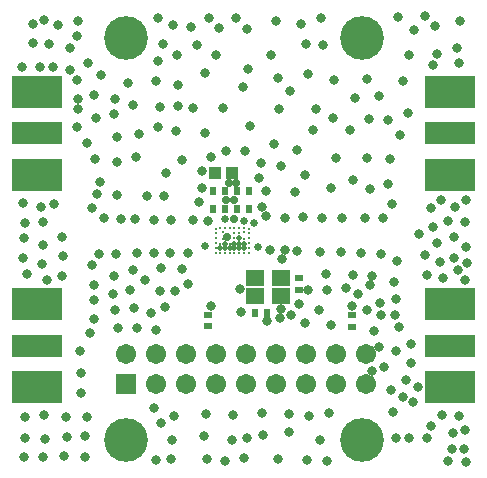
<source format=gts>
%FSLAX25Y25*%
%MOIN*%
G70*
G01*
G75*
G04 Layer_Color=8388736*
%ADD10C,0.00800*%
%ADD11R,0.16500X0.07000*%
%ADD12R,0.16500X0.10500*%
%ADD13R,0.02362X0.01969*%
%ADD14R,0.01969X0.02362*%
%ADD15R,0.05512X0.04528*%
%ADD16C,0.01181*%
%ADD17R,0.03150X0.03150*%
%ADD18C,0.01000*%
%ADD19C,0.02000*%
%ADD20C,0.00500*%
%ADD21C,0.01500*%
%ADD22C,0.05906*%
%ADD23R,0.05906X0.05906*%
%ADD24C,0.15748*%
%ADD25C,0.02000*%
%ADD26C,0.01800*%
%ADD27C,0.01150*%
%ADD28C,0.02400*%
%ADD29C,0.04000*%
%ADD30C,0.04543*%
%ADD31C,0.02200*%
%ADD32C,0.09661*%
%ADD33R,0.17000X0.11500*%
%ADD34C,0.00787*%
%ADD35C,0.00394*%
%ADD36C,0.00600*%
%ADD37C,0.01063*%
%ADD38R,0.16900X0.07400*%
%ADD39R,0.16900X0.10900*%
%ADD40R,0.02762X0.02369*%
%ADD41R,0.02369X0.02762*%
%ADD42R,0.06312X0.05328*%
%ADD43C,0.00787*%
%ADD44R,0.03950X0.03950*%
%ADD45C,0.06706*%
%ADD46R,0.06706X0.06706*%
%ADD47C,0.14567*%
%ADD48C,0.02800*%
%ADD49C,0.02600*%
%ADD50C,0.01950*%
%ADD51C,0.03200*%
D38*
X147638Y114014D02*
D03*
Y43148D02*
D03*
X9843Y43048D02*
D03*
Y113914D02*
D03*
D39*
X147538Y127814D02*
D03*
X147638Y100114D02*
D03*
X147538Y56948D02*
D03*
X147638Y29248D02*
D03*
X9943D02*
D03*
X9843Y56948D02*
D03*
X9943Y100114D02*
D03*
X9843Y127814D02*
D03*
D40*
X66900Y53469D02*
D03*
Y49531D02*
D03*
X114700Y49332D02*
D03*
Y53268D02*
D03*
X97300Y61831D02*
D03*
Y65768D02*
D03*
D41*
X72611Y94657D02*
D03*
X68674D02*
D03*
X82432Y54100D02*
D03*
X86369D02*
D03*
X72601Y88751D02*
D03*
X68664D02*
D03*
X80475D02*
D03*
X76538D02*
D03*
X80475Y94657D02*
D03*
X76538D02*
D03*
D42*
X82422Y59533D02*
D03*
X91084D02*
D03*
Y65832D02*
D03*
X82422D02*
D03*
D43*
X69381Y73998D02*
D03*
X70956D02*
D03*
X72531D02*
D03*
X74106D02*
D03*
X75680D02*
D03*
X77255D02*
D03*
X78830D02*
D03*
X80405D02*
D03*
X69381Y75573D02*
D03*
X70956D02*
D03*
X72531D02*
D03*
X74106D02*
D03*
X75680D02*
D03*
X77255D02*
D03*
X78830D02*
D03*
X80405D02*
D03*
X69381Y77439D02*
D03*
X70956Y77148D02*
D03*
X72531D02*
D03*
X74106D02*
D03*
X75680D02*
D03*
X77255D02*
D03*
X78830D02*
D03*
X80405Y77439D02*
D03*
X69381Y79014D02*
D03*
X71743Y78565D02*
D03*
X75680Y79014D02*
D03*
X77255D02*
D03*
X78830Y78723D02*
D03*
X80405Y79014D02*
D03*
X69381Y80589D02*
D03*
X71743Y81038D02*
D03*
X75680Y80589D02*
D03*
X78830Y80880D02*
D03*
X77255Y80589D02*
D03*
X80405D02*
D03*
X69381Y82164D02*
D03*
X70956Y82455D02*
D03*
X72531D02*
D03*
X74106D02*
D03*
X75680D02*
D03*
X77255D02*
D03*
X78830D02*
D03*
X80405Y82164D02*
D03*
D44*
X74953Y100700D02*
D03*
X69047D02*
D03*
D45*
X119370Y40200D02*
D03*
X109370D02*
D03*
X99370D02*
D03*
X89370D02*
D03*
X79370D02*
D03*
X69370D02*
D03*
X59370D02*
D03*
X49370D02*
D03*
X39370D02*
D03*
X119370Y30200D02*
D03*
X109370D02*
D03*
X99370D02*
D03*
X89370D02*
D03*
X79370D02*
D03*
X69370D02*
D03*
X59370D02*
D03*
X49370D02*
D03*
D46*
X39370D02*
D03*
D47*
Y145669D02*
D03*
Y11811D02*
D03*
X118110D02*
D03*
Y145669D02*
D03*
D48*
X75400Y85500D02*
D03*
X76200Y97400D02*
D03*
X74000Y97300D02*
D03*
X75600Y91800D02*
D03*
X73000D02*
D03*
X73290Y79491D02*
D03*
D49*
X72531Y85500D02*
D03*
X83400Y76100D02*
D03*
X66000Y76300D02*
D03*
X82300Y84059D02*
D03*
X78830Y84530D02*
D03*
D50*
X72531Y77148D02*
D03*
X77255Y75573D02*
D03*
X78830D02*
D03*
Y77148D02*
D03*
X77255D02*
D03*
Y79014D02*
D03*
X75680Y77148D02*
D03*
Y75573D02*
D03*
X74106D02*
D03*
X72531D02*
D03*
X70956D02*
D03*
D51*
X66945Y84600D02*
D03*
X114700Y56200D02*
D03*
X100232Y61831D02*
D03*
X91084Y55484D02*
D03*
X86369Y51432D02*
D03*
X4800Y136100D02*
D03*
X10900D02*
D03*
X15200Y135900D02*
D03*
X21000Y134900D02*
D03*
X23100Y131600D02*
D03*
X23500Y125400D02*
D03*
X23400Y122000D02*
D03*
X23300Y116000D02*
D03*
X26500Y110600D02*
D03*
X29300Y105400D02*
D03*
X30800Y97700D02*
D03*
X29700Y93800D02*
D03*
X28300Y89100D02*
D03*
X32200Y85700D02*
D03*
X37900Y85300D02*
D03*
X42500D02*
D03*
X49000Y85100D02*
D03*
X54500D02*
D03*
X62000Y85000D02*
D03*
X63700Y90900D02*
D03*
X52100Y93100D02*
D03*
X46500D02*
D03*
X36600Y93500D02*
D03*
X35700Y125200D02*
D03*
X35500Y120200D02*
D03*
X36500Y112700D02*
D03*
X42800Y106100D02*
D03*
X58200Y105100D02*
D03*
X36400Y104300D02*
D03*
X52900Y100700D02*
D03*
X50100Y116100D02*
D03*
X42000Y123400D02*
D03*
X44000Y113800D02*
D03*
X65800Y134100D02*
D03*
X49400Y131400D02*
D03*
X62000Y122300D02*
D03*
X80700Y116200D02*
D03*
X65800Y114000D02*
D03*
X55100Y150100D02*
D03*
X56400Y139900D02*
D03*
X87700Y140000D02*
D03*
X70400Y148900D02*
D03*
X80300Y135500D02*
D03*
X78400Y129500D02*
D03*
X102900Y121900D02*
D03*
X101800Y115000D02*
D03*
X91300Y103000D02*
D03*
X86300Y86200D02*
D03*
X84900Y89300D02*
D03*
X86200Y94700D02*
D03*
X64800Y95700D02*
D03*
X64700Y101200D02*
D03*
X67800Y105900D02*
D03*
X72800Y108000D02*
D03*
X79100D02*
D03*
X84400Y104100D02*
D03*
X83800Y99000D02*
D03*
X88800Y110400D02*
D03*
X92600Y85700D02*
D03*
X104900Y85600D02*
D03*
X119200D02*
D03*
X98500Y85900D02*
D03*
X125100Y85700D02*
D03*
X128300Y90200D02*
D03*
X126900Y96900D02*
D03*
X127500Y105200D02*
D03*
X131000Y113500D02*
D03*
X133600Y120600D02*
D03*
X150000Y142200D02*
D03*
X142600Y149600D02*
D03*
X135600Y148200D02*
D03*
X133800Y139900D02*
D03*
X143300Y140200D02*
D03*
X150800Y151400D02*
D03*
X124000Y126200D02*
D03*
X114100Y115000D02*
D03*
X109400Y105700D02*
D03*
X99300Y100100D02*
D03*
X115300Y98300D02*
D03*
X107700Y95600D02*
D03*
X96000Y94200D02*
D03*
X94300Y128100D02*
D03*
X90600Y122100D02*
D03*
X108800Y131800D02*
D03*
X99400Y143700D02*
D03*
X89500Y151500D02*
D03*
X79800Y148800D02*
D03*
X72000Y122200D02*
D03*
X57000Y130100D02*
D03*
X56200Y114600D02*
D03*
X100300Y133700D02*
D03*
X131700Y131400D02*
D03*
X115700Y125700D02*
D03*
X127000Y118300D02*
D03*
X119700Y105600D02*
D03*
X5200Y90800D02*
D03*
X15400Y90500D02*
D03*
X11700Y84300D02*
D03*
X11200Y89400D02*
D03*
X5500Y78900D02*
D03*
X5700Y84000D02*
D03*
X18300Y79200D02*
D03*
X11900Y76700D02*
D03*
X5100Y72300D02*
D03*
X6500Y67000D02*
D03*
X13100Y65000D02*
D03*
X11500Y70300D02*
D03*
X18400Y73100D02*
D03*
X18300Y66400D02*
D03*
X5700Y19400D02*
D03*
X5900Y12200D02*
D03*
X5500Y6000D02*
D03*
X11900Y5900D02*
D03*
X12400Y12000D02*
D03*
X12200Y19900D02*
D03*
X19500Y19200D02*
D03*
X19700Y12700D02*
D03*
X19000Y6300D02*
D03*
X26000Y6000D02*
D03*
Y12900D02*
D03*
X26600Y19500D02*
D03*
X24500Y27200D02*
D03*
Y34000D02*
D03*
X24100Y41400D02*
D03*
X27600Y47300D02*
D03*
X60300Y73900D02*
D03*
X54100Y74100D02*
D03*
X49000Y73900D02*
D03*
X43100D02*
D03*
X36300Y73800D02*
D03*
X30600D02*
D03*
X28300Y69900D02*
D03*
X28800Y63400D02*
D03*
Y58200D02*
D03*
X28900Y52100D02*
D03*
X35600Y66300D02*
D03*
X35300Y60400D02*
D03*
X35700Y55000D02*
D03*
X36900Y48900D02*
D03*
X43200Y49100D02*
D03*
X42100Y55800D02*
D03*
X45700Y65100D02*
D03*
X51300Y69000D02*
D03*
X50700Y61200D02*
D03*
X47900Y54100D02*
D03*
X55800Y61500D02*
D03*
X58200Y68800D02*
D03*
X40900Y61600D02*
D03*
X41700Y68200D02*
D03*
X52600Y56100D02*
D03*
X60100Y63600D02*
D03*
X49500Y48500D02*
D03*
X111400Y85800D02*
D03*
X87500Y75000D02*
D03*
X92500Y75100D02*
D03*
X96600Y74800D02*
D03*
X104100Y74500D02*
D03*
X111200Y74300D02*
D03*
X117700Y74000D02*
D03*
X124500Y73800D02*
D03*
X129700Y71400D02*
D03*
X129000Y64500D02*
D03*
X129600Y58700D02*
D03*
X129200Y53500D02*
D03*
X130600Y49300D02*
D03*
X134600Y43700D02*
D03*
Y37300D02*
D03*
X132800Y31700D02*
D03*
X127700Y28400D02*
D03*
X125400Y36100D02*
D03*
X129600Y41300D02*
D03*
X122300Y47900D02*
D03*
X119800Y55100D02*
D03*
X120700Y63300D02*
D03*
X115100Y66800D02*
D03*
X106100Y67000D02*
D03*
X97100Y57000D02*
D03*
X94600Y53300D02*
D03*
X99300Y50700D02*
D03*
X107700Y49900D02*
D03*
X103800Y55000D02*
D03*
X112900Y62300D02*
D03*
X116700Y60500D02*
D03*
X121400Y66400D02*
D03*
X124100Y57400D02*
D03*
X124500Y53300D02*
D03*
X123800Y42600D02*
D03*
X121500Y34700D02*
D03*
X128500Y21100D02*
D03*
X135100Y24300D02*
D03*
X150500Y19600D02*
D03*
X144800Y20000D02*
D03*
X55500Y19800D02*
D03*
X55000Y11800D02*
D03*
X54400Y5300D02*
D03*
X66600D02*
D03*
X65400Y13000D02*
D03*
X66200Y20400D02*
D03*
X75300Y20000D02*
D03*
X74700Y11800D02*
D03*
X78800Y5600D02*
D03*
X90300Y5400D02*
D03*
X85200Y13300D02*
D03*
X84700Y20700D02*
D03*
X94000Y20300D02*
D03*
X93700Y14400D02*
D03*
X99700Y4900D02*
D03*
X106400Y4600D02*
D03*
X104100Y11600D02*
D03*
X107300Y20700D02*
D03*
X100400Y19800D02*
D03*
X48700Y22400D02*
D03*
X51100Y17200D02*
D03*
X49500Y5100D02*
D03*
X72500Y4600D02*
D03*
X80000Y12200D02*
D03*
X106400Y61600D02*
D03*
X91600Y72000D02*
D03*
X90800Y52300D02*
D03*
X77600Y62100D02*
D03*
X77700Y54200D02*
D03*
X61300Y149300D02*
D03*
X63100Y143500D02*
D03*
X69400Y140100D02*
D03*
X97800Y150300D02*
D03*
X90100Y132300D02*
D03*
X141200Y89100D02*
D03*
X149200Y89500D02*
D03*
X152400Y84400D02*
D03*
X148700Y79300D02*
D03*
X141700Y82700D02*
D03*
X137100Y80500D02*
D03*
X143300Y77300D02*
D03*
X152800Y75900D02*
D03*
X139300Y73200D02*
D03*
X139800Y66800D02*
D03*
X150100Y68300D02*
D03*
X148700Y72300D02*
D03*
X153100Y70600D02*
D03*
X152400Y64900D02*
D03*
X145100Y65700D02*
D03*
X147000Y84700D02*
D03*
X152800Y91800D02*
D03*
X144600Y91700D02*
D03*
X144200Y71100D02*
D03*
X148400Y13900D02*
D03*
X148200Y8600D02*
D03*
X146900Y4700D02*
D03*
X152700Y4400D02*
D03*
X152100Y8700D02*
D03*
X152600Y14900D02*
D03*
X23500Y151500D02*
D03*
X23300Y146200D02*
D03*
X21000Y142300D02*
D03*
X26800Y137500D02*
D03*
X31100Y133300D02*
D03*
X40300Y130600D02*
D03*
X28900Y126600D02*
D03*
X29500Y119100D02*
D03*
X50700Y122800D02*
D03*
X56800Y123100D02*
D03*
X51900Y143800D02*
D03*
X50200Y137900D02*
D03*
Y152500D02*
D03*
X130300Y152800D02*
D03*
X150400Y137500D02*
D03*
X141900Y136700D02*
D03*
X119900Y132100D02*
D03*
X108600Y118900D02*
D03*
X120600Y118800D02*
D03*
X120800Y95300D02*
D03*
X96400Y108300D02*
D03*
X67700Y56200D02*
D03*
X139700Y12400D02*
D03*
X133900D02*
D03*
X129400Y12300D02*
D03*
X8400Y150500D02*
D03*
X16700Y150000D02*
D03*
X13700Y143600D02*
D03*
X8400Y144100D02*
D03*
X12200Y151600D02*
D03*
X67100Y152500D02*
D03*
X76300Y152200D02*
D03*
X104500Y152500D02*
D03*
X105100Y143400D02*
D03*
X139100Y153000D02*
D03*
X136900Y29500D02*
D03*
X131700Y25900D02*
D03*
X141300Y16500D02*
D03*
M02*

</source>
